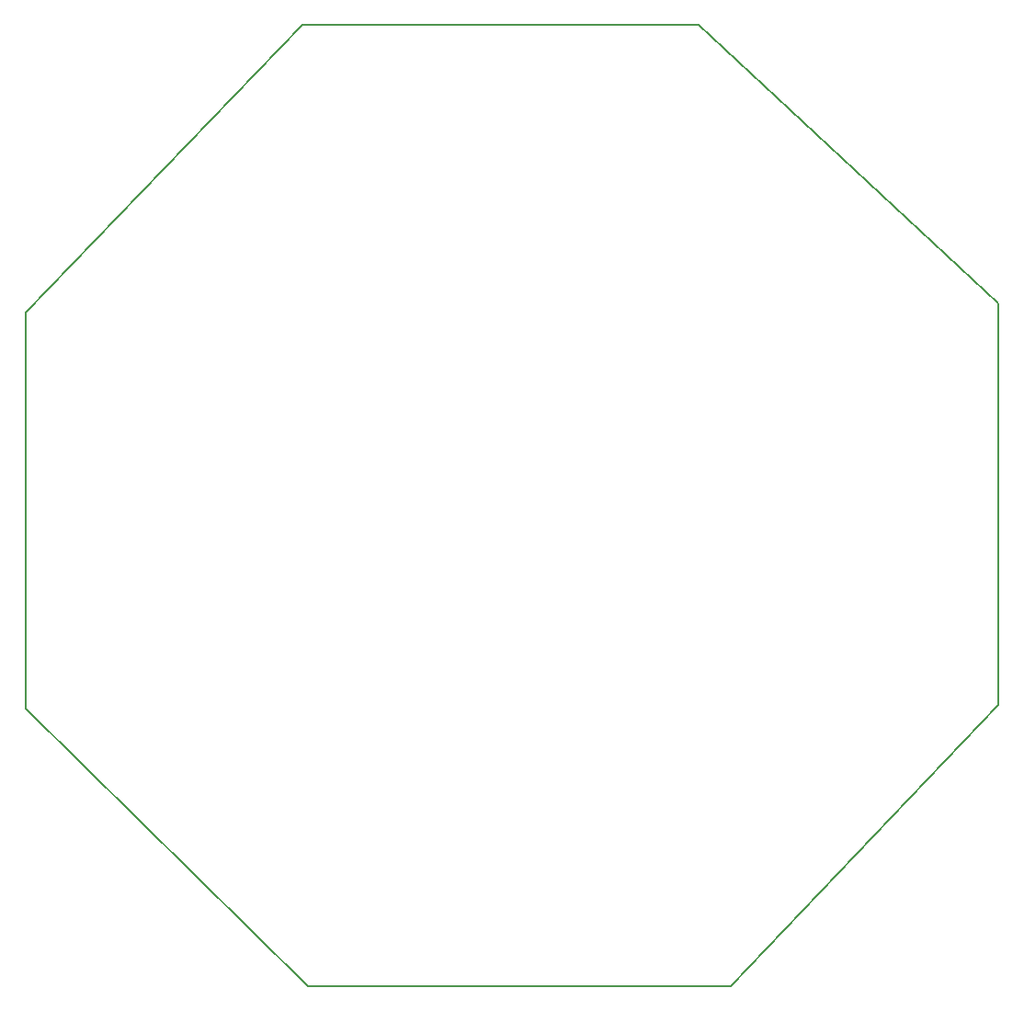
<source format=gbr>
%TF.GenerationSoftware,KiCad,Pcbnew,9.0.4*%
%TF.CreationDate,2025-10-16T20:01:58-07:00*%
%TF.ProjectId,E-Stop,452d5374-6f70-42e6-9b69-6361645f7063,rev?*%
%TF.SameCoordinates,Original*%
%TF.FileFunction,Profile,NP*%
%FSLAX46Y46*%
G04 Gerber Fmt 4.6, Leading zero omitted, Abs format (unit mm)*
G04 Created by KiCad (PCBNEW 9.0.4) date 2025-10-16 20:01:58*
%MOMM*%
%LPD*%
G01*
G04 APERTURE LIST*
%TA.AperFunction,Profile*%
%ADD10C,0.200000*%
%TD*%
G04 APERTURE END LIST*
D10*
X197137523Y-120651201D02*
X172500000Y-146500000D01*
X169500000Y-58000000D02*
X197137523Y-83651201D01*
X133000000Y-58000000D02*
X169500000Y-58000000D01*
X172500000Y-146500000D02*
X133500000Y-146500000D01*
X107500000Y-84500000D02*
X133000000Y-58000000D01*
X197137523Y-83651201D02*
X197137523Y-120651201D01*
X133500000Y-146500000D02*
X107500000Y-121000000D01*
X107500000Y-121000000D02*
X107500000Y-84500000D01*
M02*

</source>
